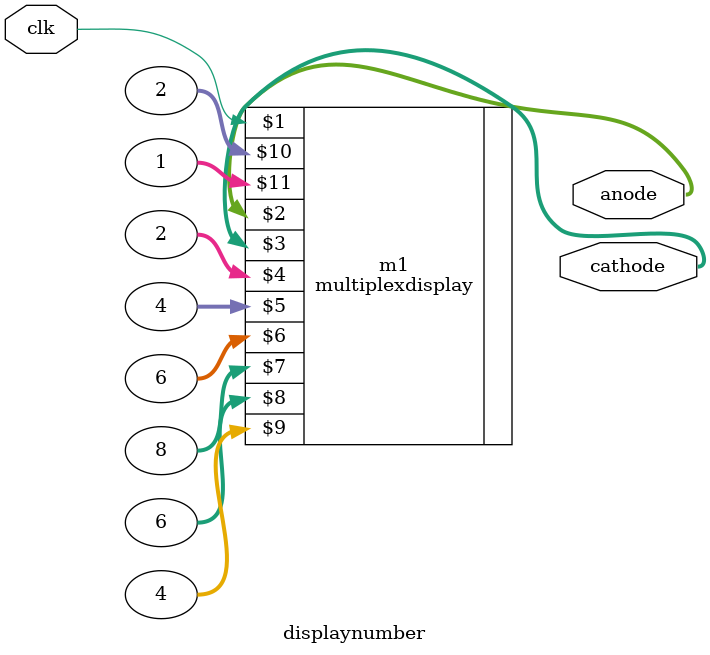
<source format=v>
`timescale 1ns / 1ps


module displaynumber(
    input clk,
    output [7:0] anode,
    output [6:0] cathode
    );
    multiplexdisplay m1(clk,anode,cathode,2,4,6,8,6,4,2,1);
endmodule

</source>
